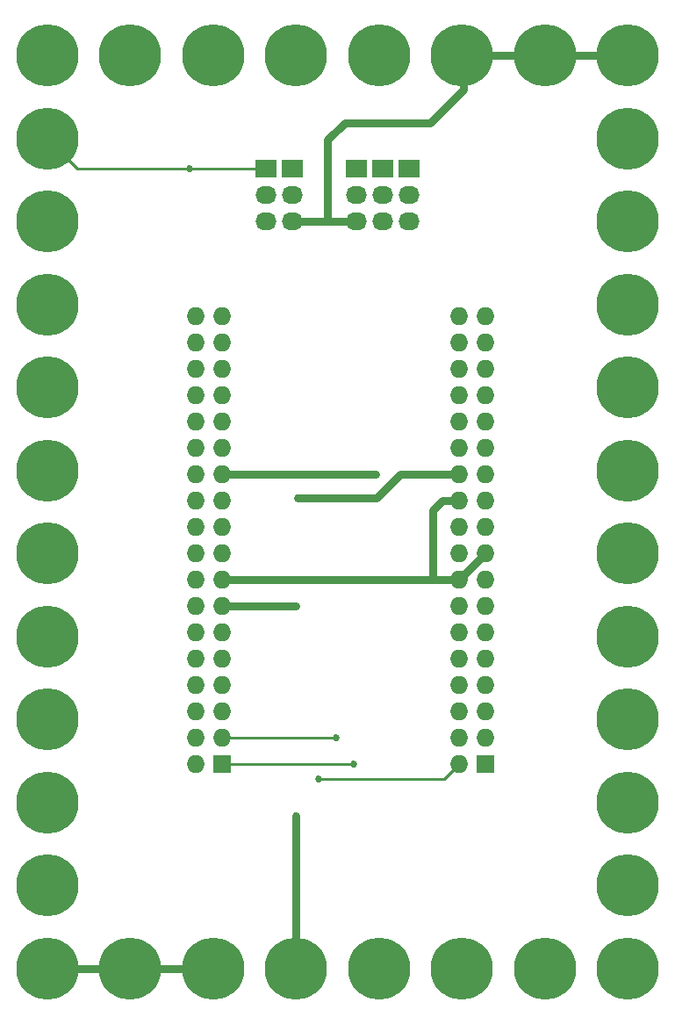
<source format=gbl>
%TF.GenerationSoftware,KiCad,Pcbnew,4.0.7-e2-6376~58~ubuntu16.04.1*%
%TF.CreationDate,2018-08-06T09:41:40-07:00*%
%TF.ProjectId,8x12-PocketBeagle-Breakout,387831322D506F636B6574426561676C,1.0*%
%TF.FileFunction,Copper,L2,Bot,Signal*%
%FSLAX46Y46*%
G04 Gerber Fmt 4.6, Leading zero omitted, Abs format (unit mm)*
G04 Created by KiCad (PCBNEW 4.0.7-e2-6376~58~ubuntu16.04.1) date Mon Aug  6 09:41:40 2018*
%MOMM*%
%LPD*%
G01*
G04 APERTURE LIST*
%ADD10C,0.350000*%
%ADD11R,2.032000X1.727200*%
%ADD12O,2.032000X1.727200*%
%ADD13C,6.000000*%
%ADD14R,1.727200X1.727200*%
%ADD15O,1.727200X1.727200*%
%ADD16C,0.685800*%
%ADD17C,0.762000*%
%ADD18C,0.254000*%
%ADD19C,0.330200*%
%ADD20C,0.350000*%
G04 APERTURE END LIST*
D10*
D11*
X60452000Y-44767500D03*
D12*
X60452000Y-47307500D03*
X60452000Y-49847500D03*
D11*
X62992000Y-44767500D03*
D12*
X62992000Y-47307500D03*
X62992000Y-49847500D03*
D11*
X69215000Y-44767500D03*
D12*
X69215000Y-47307500D03*
X69215000Y-49847500D03*
D11*
X71755000Y-44767500D03*
D12*
X71755000Y-47307500D03*
X71755000Y-49847500D03*
D11*
X74295000Y-44767500D03*
D12*
X74295000Y-47307500D03*
X74295000Y-49847500D03*
D13*
X95373000Y-73909000D03*
X95372000Y-65909000D03*
X95372000Y-49909000D03*
X95372000Y-81909000D03*
X95372000Y-41909000D03*
X95372000Y-57909000D03*
X95373000Y-89909000D03*
X95373000Y-97909000D03*
X95372000Y-33909000D03*
X87373000Y-33909000D03*
X55373000Y-33909000D03*
X47373000Y-33909000D03*
X55373000Y-121909000D03*
X47373000Y-121909000D03*
X95372000Y-121909000D03*
X71373000Y-121909000D03*
X39373000Y-121909000D03*
X39373000Y-97909000D03*
X39373000Y-89909000D03*
X39373000Y-81909000D03*
X39373000Y-73909000D03*
X39373000Y-65909000D03*
X39373000Y-57909000D03*
X39373000Y-49909000D03*
X39373000Y-41909000D03*
X39373000Y-33909000D03*
X95373000Y-105909000D03*
X39373000Y-105909000D03*
X63373000Y-33909000D03*
X63373000Y-121909000D03*
X71373000Y-33909000D03*
X87373000Y-121909000D03*
X39373000Y-113909000D03*
X95373000Y-113909000D03*
X79373000Y-33909000D03*
X79373000Y-121909000D03*
D14*
X81644484Y-102212392D03*
D15*
X79104484Y-102212392D03*
X81644484Y-99672392D03*
X79104484Y-99672392D03*
X81644484Y-97132392D03*
X79104484Y-97132392D03*
X81644484Y-94592392D03*
X79104484Y-94592392D03*
X81644484Y-92052392D03*
X79104484Y-92052392D03*
X81644484Y-89512392D03*
X79104484Y-89512392D03*
X81644484Y-86972392D03*
X79104484Y-86972392D03*
X81644484Y-84432392D03*
X79104484Y-84432392D03*
X81644484Y-81892392D03*
X79104484Y-81892392D03*
X81644484Y-79352392D03*
X79104484Y-79352392D03*
X81644484Y-76812392D03*
X79104484Y-76812392D03*
X81644484Y-74272392D03*
X79104484Y-74272392D03*
X81644484Y-71732392D03*
X79104484Y-71732392D03*
X81644484Y-69192392D03*
X79104484Y-69192392D03*
X81644484Y-66652392D03*
X79104484Y-66652392D03*
X81644484Y-64112392D03*
X79104484Y-64112392D03*
X81644484Y-61572392D03*
X79104484Y-61572392D03*
X81644484Y-59032392D03*
X79104484Y-59032392D03*
X56244484Y-66652392D03*
X56244484Y-69192392D03*
X56244484Y-71732392D03*
X53704484Y-71732392D03*
X53704484Y-69192392D03*
X53704484Y-66652392D03*
X56244484Y-61572392D03*
X53704484Y-61572392D03*
X53704484Y-59032392D03*
X56244484Y-64112392D03*
X53704484Y-64112392D03*
X56244484Y-59032392D03*
X53704484Y-74272392D03*
X56244484Y-74272392D03*
X56244484Y-79352392D03*
X53704484Y-79352392D03*
X53704484Y-76812392D03*
X56244484Y-76812392D03*
X53704484Y-86972392D03*
X53704484Y-89512392D03*
X56244484Y-89512392D03*
X56244484Y-86972392D03*
X53704484Y-81892392D03*
X56244484Y-81892392D03*
X56244484Y-84432392D03*
X53704484Y-84432392D03*
X53704484Y-94592392D03*
X56244484Y-92052392D03*
X56244484Y-97132392D03*
X53704484Y-97132392D03*
X56244484Y-94592392D03*
X53704484Y-92052392D03*
D14*
X56244484Y-102212392D03*
D15*
X53704484Y-102212392D03*
X53704484Y-99672392D03*
X56244484Y-99672392D03*
D16*
X71097392Y-74272392D03*
X71097392Y-74272392D03*
X65532000Y-103632000D03*
X53086000Y-44767500D03*
X63373000Y-107188000D03*
X67056000Y-76581000D03*
X63500000Y-76581000D03*
X63373000Y-86995000D03*
X68938392Y-102212392D03*
X67287392Y-99672392D03*
D17*
X56244484Y-74272392D02*
X71097392Y-74272392D01*
X79502000Y-37211000D02*
X79502000Y-34038000D01*
X79502000Y-34038000D02*
X79373000Y-33909000D01*
X76327000Y-40386000D02*
X79502000Y-37211000D01*
X68072000Y-40386000D02*
X76327000Y-40386000D01*
X66421000Y-42037000D02*
X68072000Y-40386000D01*
X66421000Y-49847500D02*
X69215000Y-49847500D01*
X66421000Y-49847500D02*
X66421000Y-42037000D01*
X62992000Y-49847500D02*
X66421000Y-49847500D01*
X56244484Y-84432392D02*
X76581000Y-84432392D01*
X76581000Y-84432392D02*
X79104484Y-84432392D01*
X77492608Y-76812392D02*
X76581000Y-77724000D01*
X76581000Y-77724000D02*
X76581000Y-84432392D01*
X79104484Y-76812392D02*
X77492608Y-76812392D01*
X87373000Y-33909000D02*
X79373000Y-33909000D01*
X95372000Y-33909000D02*
X87373000Y-33909000D01*
X79104484Y-84432392D02*
X81644484Y-81892392D01*
X47373000Y-121909000D02*
X55373000Y-121909000D01*
X39373000Y-121909000D02*
X47373000Y-121909000D01*
D18*
X65532000Y-103632000D02*
X77684876Y-103632000D01*
X77684876Y-103632000D02*
X79104484Y-102212392D01*
X78867000Y-102449876D02*
X79104484Y-102212392D01*
X60452000Y-44767500D02*
X53086000Y-44767500D01*
X53086000Y-44767500D02*
X42231500Y-44767500D01*
X42231500Y-44767500D02*
X39373000Y-41909000D01*
D17*
X63373000Y-121909000D02*
X63373000Y-107188000D01*
X63500000Y-76581000D02*
X67056000Y-76581000D01*
X71120000Y-76581000D02*
X63500000Y-76581000D01*
X73428608Y-74272392D02*
X71120000Y-76581000D01*
X79104484Y-74272392D02*
X73428608Y-74272392D01*
X61572392Y-86972392D02*
X63350392Y-86972392D01*
X63350392Y-86972392D02*
X63373000Y-86995000D01*
X56244484Y-86972392D02*
X61572392Y-86972392D01*
D18*
X56244484Y-102212392D02*
X68938392Y-102212392D01*
X56244484Y-99672392D02*
X67287392Y-99672392D01*
D19*
X71097392Y-74272392D03*
X71097392Y-74272392D03*
X65532000Y-103632000D03*
X53086000Y-44767500D03*
X63373000Y-107188000D03*
X67056000Y-76581000D03*
X63500000Y-76581000D03*
X63373000Y-86995000D03*
X68938392Y-102212392D03*
X67287392Y-99672392D03*
D20*
X60452000Y-44767500D03*
X60452000Y-47307500D03*
X60452000Y-49847500D03*
X62992000Y-44767500D03*
X62992000Y-47307500D03*
X62992000Y-49847500D03*
X69215000Y-44767500D03*
X69215000Y-47307500D03*
X69215000Y-49847500D03*
X71755000Y-44767500D03*
X71755000Y-47307500D03*
X71755000Y-49847500D03*
X74295000Y-44767500D03*
X74295000Y-47307500D03*
X74295000Y-49847500D03*
X95373000Y-73909000D03*
X95372000Y-65909000D03*
X95372000Y-49909000D03*
X95372000Y-81909000D03*
X95372000Y-41909000D03*
X95372000Y-57909000D03*
X95373000Y-89909000D03*
X95373000Y-97909000D03*
X95372000Y-33909000D03*
X87373000Y-33909000D03*
X55373000Y-33909000D03*
X47373000Y-33909000D03*
X55373000Y-121909000D03*
X47373000Y-121909000D03*
X95372000Y-121909000D03*
X71373000Y-121909000D03*
X39373000Y-121909000D03*
X39373000Y-97909000D03*
X39373000Y-89909000D03*
X39373000Y-81909000D03*
X39373000Y-73909000D03*
X39373000Y-65909000D03*
X39373000Y-57909000D03*
X39373000Y-49909000D03*
X39373000Y-41909000D03*
X39373000Y-33909000D03*
X95373000Y-105909000D03*
X39373000Y-105909000D03*
X63373000Y-33909000D03*
X63373000Y-121909000D03*
X71373000Y-33909000D03*
X87373000Y-121909000D03*
X39373000Y-113909000D03*
X95373000Y-113909000D03*
X79373000Y-33909000D03*
X79373000Y-121909000D03*
X81644484Y-102212392D03*
X79104484Y-102212392D03*
X81644484Y-99672392D03*
X79104484Y-99672392D03*
X81644484Y-97132392D03*
X79104484Y-97132392D03*
X81644484Y-94592392D03*
X79104484Y-94592392D03*
X81644484Y-92052392D03*
X79104484Y-92052392D03*
X81644484Y-89512392D03*
X79104484Y-89512392D03*
X81644484Y-86972392D03*
X79104484Y-86972392D03*
X81644484Y-84432392D03*
X79104484Y-84432392D03*
X81644484Y-81892392D03*
X79104484Y-81892392D03*
X81644484Y-79352392D03*
X79104484Y-79352392D03*
X81644484Y-76812392D03*
X79104484Y-76812392D03*
X81644484Y-74272392D03*
X79104484Y-74272392D03*
X81644484Y-71732392D03*
X79104484Y-71732392D03*
X81644484Y-69192392D03*
X79104484Y-69192392D03*
X81644484Y-66652392D03*
X79104484Y-66652392D03*
X81644484Y-64112392D03*
X79104484Y-64112392D03*
X81644484Y-61572392D03*
X79104484Y-61572392D03*
X81644484Y-59032392D03*
X79104484Y-59032392D03*
X56244484Y-66652392D03*
X56244484Y-69192392D03*
X56244484Y-71732392D03*
X53704484Y-71732392D03*
X53704484Y-69192392D03*
X53704484Y-66652392D03*
X56244484Y-61572392D03*
X53704484Y-61572392D03*
X53704484Y-59032392D03*
X56244484Y-64112392D03*
X53704484Y-64112392D03*
X56244484Y-59032392D03*
X53704484Y-74272392D03*
X56244484Y-74272392D03*
X56244484Y-79352392D03*
X53704484Y-79352392D03*
X53704484Y-76812392D03*
X56244484Y-76812392D03*
X53704484Y-86972392D03*
X53704484Y-89512392D03*
X56244484Y-89512392D03*
X56244484Y-86972392D03*
X53704484Y-81892392D03*
X56244484Y-81892392D03*
X56244484Y-84432392D03*
X53704484Y-84432392D03*
X53704484Y-94592392D03*
X56244484Y-92052392D03*
X56244484Y-97132392D03*
X53704484Y-97132392D03*
X56244484Y-94592392D03*
X53704484Y-92052392D03*
X56244484Y-102212392D03*
X53704484Y-102212392D03*
X53704484Y-99672392D03*
X56244484Y-99672392D03*
M02*

</source>
